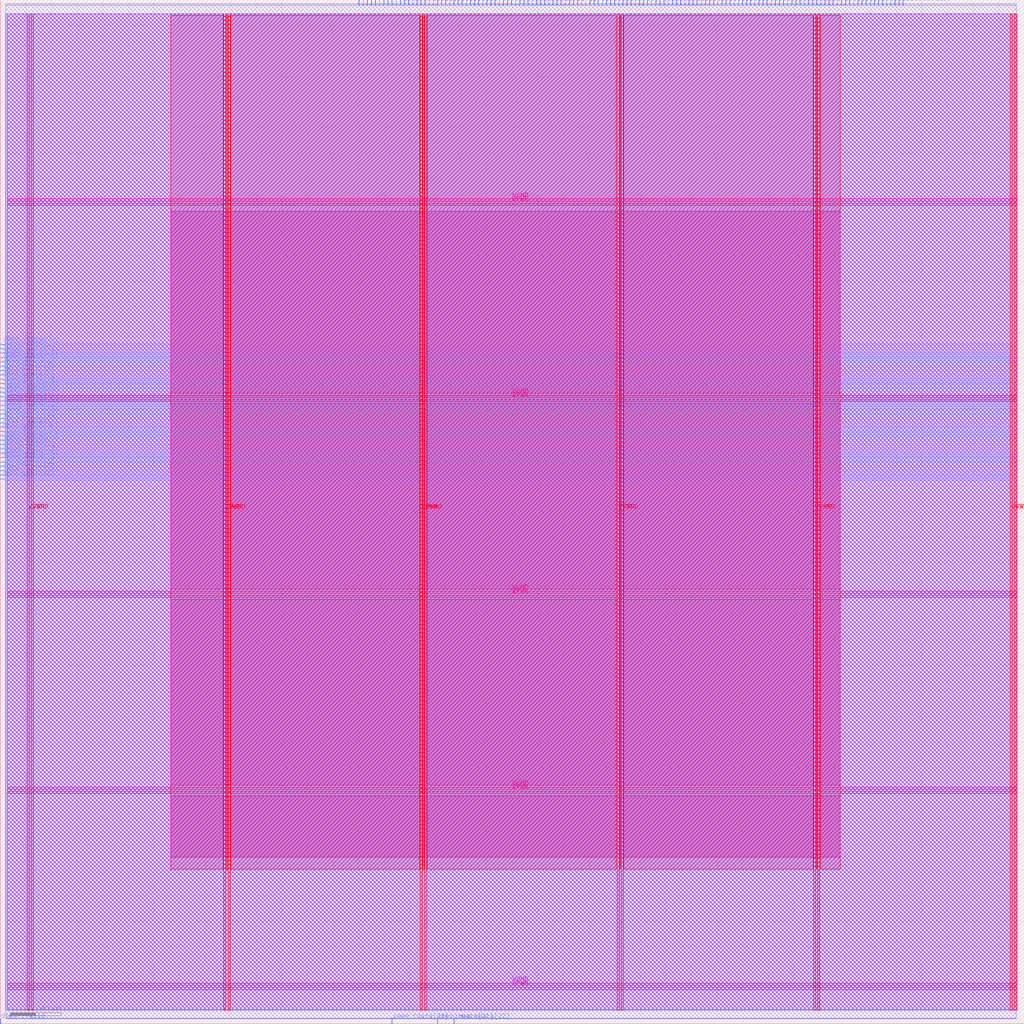
<source format=lef>
VERSION 5.7 ;
  NOWIREEXTENSIONATPIN ON ;
  DIVIDERCHAR "/" ;
  BUSBITCHARS "[]" ;
MACRO rv32_core
  CLASS BLOCK ;
  FOREIGN rv32_core ;
  ORIGIN 0.000 0.000 ;
  SIZE 800.000 BY 800.000 ;
  PIN VGND
    DIRECTION INOUT ;
    USE GROUND ;
    PORT
      LAYER met4 ;
        RECT 24.340 10.640 25.940 789.040 ;
    END
    PORT
      LAYER met4 ;
        RECT 177.940 10.640 179.540 789.040 ;
    END
    PORT
      LAYER met4 ;
        RECT 331.540 10.640 333.140 789.040 ;
    END
    PORT
      LAYER met4 ;
        RECT 485.140 10.640 486.740 789.040 ;
    END
    PORT
      LAYER met4 ;
        RECT 638.740 10.640 640.340 789.040 ;
    END
    PORT
      LAYER met4 ;
        RECT 792.340 10.640 793.940 789.040 ;
    END
    PORT
      LAYER met5 ;
        RECT 5.280 30.030 794.660 31.630 ;
    END
    PORT
      LAYER met5 ;
        RECT 5.280 183.210 794.660 184.810 ;
    END
    PORT
      LAYER met5 ;
        RECT 5.280 336.390 794.660 337.990 ;
    END
    PORT
      LAYER met5 ;
        RECT 5.280 489.570 794.660 491.170 ;
    END
    PORT
      LAYER met5 ;
        RECT 5.280 642.750 794.660 644.350 ;
    END
  END VGND
  PIN VPWR
    DIRECTION INOUT ;
    USE POWER ;
    PORT
      LAYER met4 ;
        RECT 21.040 10.640 22.640 789.040 ;
    END
    PORT
      LAYER met4 ;
        RECT 174.640 10.640 176.240 789.040 ;
    END
    PORT
      LAYER met4 ;
        RECT 328.240 10.640 329.840 789.040 ;
    END
    PORT
      LAYER met4 ;
        RECT 481.840 10.640 483.440 789.040 ;
    END
    PORT
      LAYER met4 ;
        RECT 635.440 10.640 637.040 789.040 ;
    END
    PORT
      LAYER met4 ;
        RECT 789.040 10.640 790.640 789.040 ;
    END
    PORT
      LAYER met5 ;
        RECT 5.280 26.730 794.660 28.330 ;
    END
    PORT
      LAYER met5 ;
        RECT 5.280 179.910 794.660 181.510 ;
    END
    PORT
      LAYER met5 ;
        RECT 5.280 333.090 794.660 334.690 ;
    END
    PORT
      LAYER met5 ;
        RECT 5.280 486.270 794.660 487.870 ;
    END
    PORT
      LAYER met5 ;
        RECT 5.280 639.450 794.660 641.050 ;
    END
  END VPWR
  PIN clk
    DIRECTION INPUT ;
    USE SIGNAL ;
    ANTENNAGATEAREA 0.852000 ;
    PORT
      LAYER met2 ;
        RECT 280.230 796.000 280.510 800.000 ;
    END
  END clk
  PIN dmem_addr[0]
    DIRECTION OUTPUT ;
    USE SIGNAL ;
    ANTENNADIFFAREA 0.795200 ;
    PORT
      LAYER met2 ;
        RECT 705.270 796.000 705.550 800.000 ;
    END
  END dmem_addr[0]
  PIN dmem_addr[10]
    DIRECTION OUTPUT ;
    USE SIGNAL ;
    ANTENNADIFFAREA 0.795200 ;
    PORT
      LAYER met2 ;
        RECT 698.830 796.000 699.110 800.000 ;
    END
  END dmem_addr[10]
  PIN dmem_addr[11]
    DIRECTION OUTPUT ;
    USE SIGNAL ;
    ANTENNADIFFAREA 0.795200 ;
    PORT
      LAYER met2 ;
        RECT 682.730 796.000 683.010 800.000 ;
    END
  END dmem_addr[11]
  PIN dmem_addr[12]
    DIRECTION OUTPUT ;
    USE SIGNAL ;
    ANTENNADIFFAREA 0.795200 ;
    PORT
      LAYER met2 ;
        RECT 679.510 796.000 679.790 800.000 ;
    END
  END dmem_addr[12]
  PIN dmem_addr[13]
    DIRECTION OUTPUT ;
    USE SIGNAL ;
    ANTENNADIFFAREA 0.795200 ;
    PORT
      LAYER met2 ;
        RECT 673.070 796.000 673.350 800.000 ;
    END
  END dmem_addr[13]
  PIN dmem_addr[14]
    DIRECTION OUTPUT ;
    USE SIGNAL ;
    ANTENNADIFFAREA 0.795200 ;
    PORT
      LAYER met2 ;
        RECT 524.950 796.000 525.230 800.000 ;
    END
  END dmem_addr[14]
  PIN dmem_addr[15]
    DIRECTION OUTPUT ;
    USE SIGNAL ;
    ANTENNADIFFAREA 0.795200 ;
    PORT
      LAYER met2 ;
        RECT 534.610 796.000 534.890 800.000 ;
    END
  END dmem_addr[15]
  PIN dmem_addr[16]
    DIRECTION OUTPUT ;
    USE SIGNAL ;
    ANTENNADIFFAREA 0.795200 ;
    PORT
      LAYER met2 ;
        RECT 650.530 796.000 650.810 800.000 ;
    END
  END dmem_addr[16]
  PIN dmem_addr[17]
    DIRECTION OUTPUT ;
    USE SIGNAL ;
    ANTENNADIFFAREA 0.795200 ;
    PORT
      LAYER met2 ;
        RECT 631.210 796.000 631.490 800.000 ;
    END
  END dmem_addr[17]
  PIN dmem_addr[18]
    DIRECTION OUTPUT ;
    USE SIGNAL ;
    ANTENNADIFFAREA 0.795200 ;
    PORT
      LAYER met2 ;
        RECT 528.170 796.000 528.450 800.000 ;
    END
  END dmem_addr[18]
  PIN dmem_addr[19]
    DIRECTION OUTPUT ;
    USE SIGNAL ;
    ANTENNADIFFAREA 0.795200 ;
    PORT
      LAYER met2 ;
        RECT 676.290 796.000 676.570 800.000 ;
    END
  END dmem_addr[19]
  PIN dmem_addr[1]
    DIRECTION OUTPUT ;
    USE SIGNAL ;
    ANTENNADIFFAREA 0.795200 ;
    PORT
      LAYER met2 ;
        RECT 653.750 796.000 654.030 800.000 ;
    END
  END dmem_addr[1]
  PIN dmem_addr[20]
    DIRECTION OUTPUT ;
    USE SIGNAL ;
    ANTENNADIFFAREA 0.795200 ;
    PORT
      LAYER met2 ;
        RECT 695.610 796.000 695.890 800.000 ;
    END
  END dmem_addr[20]
  PIN dmem_addr[21]
    DIRECTION OUTPUT ;
    USE SIGNAL ;
    ANTENNADIFFAREA 0.795200 ;
    PORT
      LAYER met2 ;
        RECT 286.670 796.000 286.950 800.000 ;
    END
  END dmem_addr[21]
  PIN dmem_addr[22]
    DIRECTION OUTPUT ;
    USE SIGNAL ;
    ANTENNADIFFAREA 0.795200 ;
    PORT
      LAYER met2 ;
        RECT 289.890 796.000 290.170 800.000 ;
    END
  END dmem_addr[22]
  PIN dmem_addr[23]
    DIRECTION OUTPUT ;
    USE SIGNAL ;
    ANTENNADIFFAREA 0.795200 ;
    PORT
      LAYER met2 ;
        RECT 312.430 796.000 312.710 800.000 ;
    END
  END dmem_addr[23]
  PIN dmem_addr[24]
    DIRECTION OUTPUT ;
    USE SIGNAL ;
    ANTENNADIFFAREA 0.795200 ;
    PORT
      LAYER met2 ;
        RECT 293.110 796.000 293.390 800.000 ;
    END
  END dmem_addr[24]
  PIN dmem_addr[25]
    DIRECTION OUTPUT ;
    USE SIGNAL ;
    ANTENNADIFFAREA 0.795200 ;
    PORT
      LAYER met2 ;
        RECT 489.530 796.000 489.810 800.000 ;
    END
  END dmem_addr[25]
  PIN dmem_addr[26]
    DIRECTION OUTPUT ;
    USE SIGNAL ;
    ANTENNADIFFAREA 0.795200 ;
    PORT
      LAYER met2 ;
        RECT 309.210 796.000 309.490 800.000 ;
    END
  END dmem_addr[26]
  PIN dmem_addr[27]
    DIRECTION OUTPUT ;
    USE SIGNAL ;
    ANTENNADIFFAREA 0.795200 ;
    PORT
      LAYER met2 ;
        RECT 322.090 796.000 322.370 800.000 ;
    END
  END dmem_addr[27]
  PIN dmem_addr[28]
    DIRECTION OUTPUT ;
    USE SIGNAL ;
    ANTENNADIFFAREA 0.795200 ;
    PORT
      LAYER met2 ;
        RECT 479.870 796.000 480.150 800.000 ;
    END
  END dmem_addr[28]
  PIN dmem_addr[29]
    DIRECTION OUTPUT ;
    USE SIGNAL ;
    ANTENNADIFFAREA 0.795200 ;
    PORT
      LAYER met2 ;
        RECT 457.330 796.000 457.610 800.000 ;
    END
  END dmem_addr[29]
  PIN dmem_addr[2]
    DIRECTION OUTPUT ;
    USE SIGNAL ;
    ANTENNADIFFAREA 0.795200 ;
    PORT
      LAYER met2 ;
        RECT 495.970 796.000 496.250 800.000 ;
    END
  END dmem_addr[2]
  PIN dmem_addr[30]
    DIRECTION OUTPUT ;
    USE SIGNAL ;
    ANTENNADIFFAREA 0.795200 ;
    PORT
      LAYER met2 ;
        RECT 399.370 796.000 399.650 800.000 ;
    END
  END dmem_addr[30]
  PIN dmem_addr[31]
    DIRECTION OUTPUT ;
    USE SIGNAL ;
    ANTENNADIFFAREA 0.795200 ;
    PORT
      LAYER met2 ;
        RECT 466.990 796.000 467.270 800.000 ;
    END
  END dmem_addr[31]
  PIN dmem_addr[3]
    DIRECTION OUTPUT ;
    USE SIGNAL ;
    ANTENNADIFFAREA 0.795200 ;
    PORT
      LAYER met2 ;
        RECT 521.730 796.000 522.010 800.000 ;
    END
  END dmem_addr[3]
  PIN dmem_addr[4]
    DIRECTION OUTPUT ;
    USE SIGNAL ;
    ANTENNADIFFAREA 0.795200 ;
    PORT
      LAYER met2 ;
        RECT 473.430 796.000 473.710 800.000 ;
    END
  END dmem_addr[4]
  PIN dmem_addr[5]
    DIRECTION OUTPUT ;
    USE SIGNAL ;
    ANTENNADIFFAREA 0.795200 ;
    PORT
      LAYER met2 ;
        RECT 505.630 796.000 505.910 800.000 ;
    END
  END dmem_addr[5]
  PIN dmem_addr[6]
    DIRECTION OUTPUT ;
    USE SIGNAL ;
    ANTENNADIFFAREA 0.795200 ;
    PORT
      LAYER met2 ;
        RECT 689.170 796.000 689.450 800.000 ;
    END
  END dmem_addr[6]
  PIN dmem_addr[7]
    DIRECTION OUTPUT ;
    USE SIGNAL ;
    ANTENNADIFFAREA 0.795200 ;
    PORT
      LAYER met2 ;
        RECT 499.190 796.000 499.470 800.000 ;
    END
  END dmem_addr[7]
  PIN dmem_addr[8]
    DIRECTION OUTPUT ;
    USE SIGNAL ;
    ANTENNADIFFAREA 0.795200 ;
    PORT
      LAYER met2 ;
        RECT 702.050 796.000 702.330 800.000 ;
    END
  END dmem_addr[8]
  PIN dmem_addr[9]
    DIRECTION OUTPUT ;
    USE SIGNAL ;
    ANTENNADIFFAREA 0.795200 ;
    PORT
      LAYER met2 ;
        RECT 685.950 796.000 686.230 800.000 ;
    END
  END dmem_addr[9]
  PIN dmem_rdata[0]
    DIRECTION INPUT ;
    USE SIGNAL ;
    ANTENNAGATEAREA 0.213000 ;
    PORT
      LAYER met2 ;
        RECT 537.830 796.000 538.110 800.000 ;
    END
  END dmem_rdata[0]
  PIN dmem_rdata[10]
    DIRECTION INPUT ;
    USE SIGNAL ;
    ANTENNAGATEAREA 0.213000 ;
    PORT
      LAYER met2 ;
        RECT 647.310 796.000 647.590 800.000 ;
    END
  END dmem_rdata[10]
  PIN dmem_rdata[11]
    DIRECTION INPUT ;
    USE SIGNAL ;
    ANTENNAGATEAREA 0.159000 ;
    PORT
      LAYER met2 ;
        RECT 599.010 796.000 599.290 800.000 ;
    END
  END dmem_rdata[11]
  PIN dmem_rdata[12]
    DIRECTION INPUT ;
    USE SIGNAL ;
    ANTENNAGATEAREA 0.159000 ;
    PORT
      LAYER met2 ;
        RECT 579.690 796.000 579.970 800.000 ;
    END
  END dmem_rdata[12]
  PIN dmem_rdata[13]
    DIRECTION INPUT ;
    USE SIGNAL ;
    ANTENNAGATEAREA 0.159000 ;
    PORT
      LAYER met2 ;
        RECT 550.710 796.000 550.990 800.000 ;
    END
  END dmem_rdata[13]
  PIN dmem_rdata[14]
    DIRECTION INPUT ;
    USE SIGNAL ;
    ANTENNAGATEAREA 0.159000 ;
    PORT
      LAYER met2 ;
        RECT 634.430 796.000 634.710 800.000 ;
    END
  END dmem_rdata[14]
  PIN dmem_rdata[15]
    DIRECTION INPUT ;
    USE SIGNAL ;
    ANTENNAGATEAREA 0.213000 ;
    PORT
      LAYER met2 ;
        RECT 656.970 796.000 657.250 800.000 ;
    END
  END dmem_rdata[15]
  PIN dmem_rdata[16]
    DIRECTION INPUT ;
    USE SIGNAL ;
    ANTENNAGATEAREA 0.159000 ;
    PORT
      LAYER met2 ;
        RECT 615.110 796.000 615.390 800.000 ;
    END
  END dmem_rdata[16]
  PIN dmem_rdata[17]
    DIRECTION INPUT ;
    USE SIGNAL ;
    ANTENNAGATEAREA 0.213000 ;
    PORT
      LAYER met2 ;
        RECT 544.270 796.000 544.550 800.000 ;
    END
  END dmem_rdata[17]
  PIN dmem_rdata[18]
    DIRECTION INPUT ;
    USE SIGNAL ;
    ANTENNAGATEAREA 0.159000 ;
    PORT
      LAYER met2 ;
        RECT 618.330 796.000 618.610 800.000 ;
    END
  END dmem_rdata[18]
  PIN dmem_rdata[19]
    DIRECTION INPUT ;
    USE SIGNAL ;
    ANTENNAGATEAREA 0.213000 ;
    PORT
      LAYER met2 ;
        RECT 573.250 796.000 573.530 800.000 ;
    END
  END dmem_rdata[19]
  PIN dmem_rdata[1]
    DIRECTION INPUT ;
    USE SIGNAL ;
    ANTENNAGATEAREA 0.159000 ;
    PORT
      LAYER met2 ;
        RECT 640.870 796.000 641.150 800.000 ;
    END
  END dmem_rdata[1]
  PIN dmem_rdata[20]
    DIRECTION INPUT ;
    USE SIGNAL ;
    ANTENNAGATEAREA 0.159000 ;
    PORT
      LAYER met2 ;
        RECT 576.470 796.000 576.750 800.000 ;
    END
  END dmem_rdata[20]
  PIN dmem_rdata[21]
    DIRECTION INPUT ;
    USE SIGNAL ;
    ANTENNAGATEAREA 0.159000 ;
    PORT
      LAYER met2 ;
        RECT 586.130 796.000 586.410 800.000 ;
    END
  END dmem_rdata[21]
  PIN dmem_rdata[22]
    DIRECTION INPUT ;
    USE SIGNAL ;
    ANTENNAGATEAREA 0.159000 ;
    PORT
      LAYER met2 ;
        RECT 602.230 796.000 602.510 800.000 ;
    END
  END dmem_rdata[22]
  PIN dmem_rdata[23]
    DIRECTION INPUT ;
    USE SIGNAL ;
    ANTENNAGATEAREA 0.213000 ;
    PORT
      LAYER met2 ;
        RECT 663.410 796.000 663.690 800.000 ;
    END
  END dmem_rdata[23]
  PIN dmem_rdata[24]
    DIRECTION INPUT ;
    USE SIGNAL ;
    ANTENNAGATEAREA 0.213000 ;
    PORT
      LAYER met2 ;
        RECT 621.550 796.000 621.830 800.000 ;
    END
  END dmem_rdata[24]
  PIN dmem_rdata[25]
    DIRECTION INPUT ;
    USE SIGNAL ;
    ANTENNAGATEAREA 0.159000 ;
    PORT
      LAYER met2 ;
        RECT 611.890 796.000 612.170 800.000 ;
    END
  END dmem_rdata[25]
  PIN dmem_rdata[26]
    DIRECTION INPUT ;
    USE SIGNAL ;
    ANTENNAGATEAREA 0.159000 ;
    PORT
      LAYER met2 ;
        RECT 608.670 796.000 608.950 800.000 ;
    END
  END dmem_rdata[26]
  PIN dmem_rdata[27]
    DIRECTION INPUT ;
    USE SIGNAL ;
    ANTENNAGATEAREA 0.159000 ;
    PORT
      LAYER met2 ;
        RECT 560.370 796.000 560.650 800.000 ;
    END
  END dmem_rdata[27]
  PIN dmem_rdata[28]
    DIRECTION INPUT ;
    USE SIGNAL ;
    ANTENNAGATEAREA 0.159000 ;
    PORT
      LAYER met2 ;
        RECT 553.930 796.000 554.210 800.000 ;
    END
  END dmem_rdata[28]
  PIN dmem_rdata[29]
    DIRECTION INPUT ;
    USE SIGNAL ;
    ANTENNAGATEAREA 0.159000 ;
    PORT
      LAYER met2 ;
        RECT 570.030 796.000 570.310 800.000 ;
    END
  END dmem_rdata[29]
  PIN dmem_rdata[2]
    DIRECTION INPUT ;
    USE SIGNAL ;
    ANTENNAGATEAREA 0.159000 ;
    PORT
      LAYER met2 ;
        RECT 637.650 796.000 637.930 800.000 ;
    END
  END dmem_rdata[2]
  PIN dmem_rdata[30]
    DIRECTION INPUT ;
    USE SIGNAL ;
    ANTENNAGATEAREA 0.159000 ;
    PORT
      LAYER met2 ;
        RECT 605.450 796.000 605.730 800.000 ;
    END
  END dmem_rdata[30]
  PIN dmem_rdata[31]
    DIRECTION INPUT ;
    USE SIGNAL ;
    ANTENNAGATEAREA 0.213000 ;
    PORT
      LAYER met2 ;
        RECT 666.630 796.000 666.910 800.000 ;
    END
  END dmem_rdata[31]
  PIN dmem_rdata[3]
    DIRECTION INPUT ;
    USE SIGNAL ;
    ANTENNAGATEAREA 0.159000 ;
    PORT
      LAYER met2 ;
        RECT 592.570 796.000 592.850 800.000 ;
    END
  END dmem_rdata[3]
  PIN dmem_rdata[4]
    DIRECTION INPUT ;
    USE SIGNAL ;
    ANTENNAGATEAREA 0.159000 ;
    PORT
      LAYER met2 ;
        RECT 582.910 796.000 583.190 800.000 ;
    END
  END dmem_rdata[4]
  PIN dmem_rdata[5]
    DIRECTION INPUT ;
    USE SIGNAL ;
    ANTENNAGATEAREA 0.159000 ;
    PORT
      LAYER met2 ;
        RECT 595.790 796.000 596.070 800.000 ;
    END
  END dmem_rdata[5]
  PIN dmem_rdata[6]
    DIRECTION INPUT ;
    USE SIGNAL ;
    ANTENNAGATEAREA 0.159000 ;
    PORT
      LAYER met2 ;
        RECT 627.990 796.000 628.270 800.000 ;
    END
  END dmem_rdata[6]
  PIN dmem_rdata[7]
    DIRECTION INPUT ;
    USE SIGNAL ;
    ANTENNAGATEAREA 0.213000 ;
    PORT
      LAYER met2 ;
        RECT 669.850 796.000 670.130 800.000 ;
    END
  END dmem_rdata[7]
  PIN dmem_rdata[8]
    DIRECTION INPUT ;
    USE SIGNAL ;
    ANTENNAGATEAREA 0.213000 ;
    PORT
      LAYER met2 ;
        RECT 644.090 796.000 644.370 800.000 ;
    END
  END dmem_rdata[8]
  PIN dmem_rdata[9]
    DIRECTION INPUT ;
    USE SIGNAL ;
    ANTENNAGATEAREA 0.159000 ;
    PORT
      LAYER met2 ;
        RECT 541.050 796.000 541.330 800.000 ;
    END
  END dmem_rdata[9]
  PIN dmem_ren
    DIRECTION OUTPUT ;
    USE SIGNAL ;
    ANTENNADIFFAREA 0.795200 ;
    PORT
      LAYER met2 ;
        RECT 624.770 796.000 625.050 800.000 ;
    END
  END dmem_ren
  PIN dmem_rvalid
    DIRECTION INPUT ;
    USE SIGNAL ;
    PORT
      LAYER met2 ;
        RECT 0.090 0.000 0.370 4.000 ;
    END
  END dmem_rvalid
  PIN dmem_wdata[0]
    DIRECTION OUTPUT ;
    USE SIGNAL ;
    ANTENNADIFFAREA 0.445500 ;
    PORT
      LAYER met3 ;
        RECT 0.000 425.040 4.000 425.640 ;
    END
  END dmem_wdata[0]
  PIN dmem_wdata[10]
    DIRECTION OUTPUT ;
    USE SIGNAL ;
    ANTENNADIFFAREA 0.795200 ;
    PORT
      LAYER met2 ;
        RECT 328.530 796.000 328.810 800.000 ;
    END
  END dmem_wdata[10]
  PIN dmem_wdata[11]
    DIRECTION OUTPUT ;
    USE SIGNAL ;
    ANTENNADIFFAREA 0.795200 ;
    PORT
      LAYER met2 ;
        RECT 360.730 796.000 361.010 800.000 ;
    END
  END dmem_wdata[11]
  PIN dmem_wdata[12]
    DIRECTION OUTPUT ;
    USE SIGNAL ;
    ANTENNADIFFAREA 0.795200 ;
    PORT
      LAYER met2 ;
        RECT 338.190 796.000 338.470 800.000 ;
    END
  END dmem_wdata[12]
  PIN dmem_wdata[13]
    DIRECTION OUTPUT ;
    USE SIGNAL ;
    ANTENNADIFFAREA 0.795200 ;
    PORT
      LAYER met2 ;
        RECT 405.810 796.000 406.090 800.000 ;
    END
  END dmem_wdata[13]
  PIN dmem_wdata[14]
    DIRECTION OUTPUT ;
    USE SIGNAL ;
    ANTENNADIFFAREA 0.795200 ;
    PORT
      LAYER met2 ;
        RECT 347.850 796.000 348.130 800.000 ;
    END
  END dmem_wdata[14]
  PIN dmem_wdata[15]
    DIRECTION OUTPUT ;
    USE SIGNAL ;
    ANTENNADIFFAREA 0.795200 ;
    PORT
      LAYER met2 ;
        RECT 438.010 796.000 438.290 800.000 ;
    END
  END dmem_wdata[15]
  PIN dmem_wdata[16]
    DIRECTION OUTPUT ;
    USE SIGNAL ;
    ANTENNADIFFAREA 0.795200 ;
    PORT
      LAYER met2 ;
        RECT 354.290 796.000 354.570 800.000 ;
    END
  END dmem_wdata[16]
  PIN dmem_wdata[17]
    DIRECTION OUTPUT ;
    USE SIGNAL ;
    ANTENNADIFFAREA 0.795200 ;
    PORT
      LAYER met2 ;
        RECT 380.050 796.000 380.330 800.000 ;
    END
  END dmem_wdata[17]
  PIN dmem_wdata[18]
    DIRECTION OUTPUT ;
    USE SIGNAL ;
    ANTENNADIFFAREA 0.795200 ;
    PORT
      LAYER met2 ;
        RECT 486.310 796.000 486.590 800.000 ;
    END
  END dmem_wdata[18]
  PIN dmem_wdata[19]
    DIRECTION OUTPUT ;
    USE SIGNAL ;
    ANTENNADIFFAREA 0.445500 ;
    PORT
      LAYER met3 ;
        RECT 0.000 442.040 4.000 442.640 ;
    END
  END dmem_wdata[19]
  PIN dmem_wdata[1]
    DIRECTION OUTPUT ;
    USE SIGNAL ;
    ANTENNADIFFAREA 0.445500 ;
    PORT
      LAYER met3 ;
        RECT 0.000 448.840 4.000 449.440 ;
    END
  END dmem_wdata[1]
  PIN dmem_wdata[20]
    DIRECTION OUTPUT ;
    USE SIGNAL ;
    ANTENNADIFFAREA 0.445500 ;
    PORT
      LAYER met3 ;
        RECT 0.000 530.440 4.000 531.040 ;
    END
  END dmem_wdata[20]
  PIN dmem_wdata[21]
    DIRECTION OUTPUT ;
    USE SIGNAL ;
    ANTENNADIFFAREA 0.445500 ;
    PORT
      LAYER met3 ;
        RECT 0.000 520.240 4.000 520.840 ;
    END
  END dmem_wdata[21]
  PIN dmem_wdata[22]
    DIRECTION OUTPUT ;
    USE SIGNAL ;
    ANTENNADIFFAREA 0.445500 ;
    PORT
      LAYER met3 ;
        RECT 0.000 431.840 4.000 432.440 ;
    END
  END dmem_wdata[22]
  PIN dmem_wdata[23]
    DIRECTION OUTPUT ;
    USE SIGNAL ;
    ANTENNADIFFAREA 0.445500 ;
    PORT
      LAYER met3 ;
        RECT 0.000 469.240 4.000 469.840 ;
    END
  END dmem_wdata[23]
  PIN dmem_wdata[24]
    DIRECTION OUTPUT ;
    USE SIGNAL ;
    ANTENNADIFFAREA 0.445500 ;
    PORT
      LAYER met3 ;
        RECT 0.000 438.640 4.000 439.240 ;
    END
  END dmem_wdata[24]
  PIN dmem_wdata[25]
    DIRECTION OUTPUT ;
    USE SIGNAL ;
    ANTENNADIFFAREA 0.445500 ;
    PORT
      LAYER met3 ;
        RECT 0.000 462.440 4.000 463.040 ;
    END
  END dmem_wdata[25]
  PIN dmem_wdata[26]
    DIRECTION OUTPUT ;
    USE SIGNAL ;
    ANTENNADIFFAREA 0.795200 ;
    PORT
      LAYER met2 ;
        RECT 383.270 796.000 383.550 800.000 ;
    END
  END dmem_wdata[26]
  PIN dmem_wdata[27]
    DIRECTION OUTPUT ;
    USE SIGNAL ;
    ANTENNADIFFAREA 0.445500 ;
    PORT
      LAYER met3 ;
        RECT 0.000 445.440 4.000 446.040 ;
    END
  END dmem_wdata[27]
  PIN dmem_wdata[28]
    DIRECTION OUTPUT ;
    USE SIGNAL ;
    ANTENNADIFFAREA 0.445500 ;
    PORT
      LAYER met3 ;
        RECT 0.000 516.840 4.000 517.440 ;
    END
  END dmem_wdata[28]
  PIN dmem_wdata[29]
    DIRECTION OUTPUT ;
    USE SIGNAL ;
    ANTENNADIFFAREA 0.445500 ;
    PORT
      LAYER met3 ;
        RECT 0.000 472.640 4.000 473.240 ;
    END
  END dmem_wdata[29]
  PIN dmem_wdata[2]
    DIRECTION OUTPUT ;
    USE SIGNAL ;
    ANTENNADIFFAREA 0.445500 ;
    PORT
      LAYER met3 ;
        RECT 0.000 452.240 4.000 452.840 ;
    END
  END dmem_wdata[2]
  PIN dmem_wdata[30]
    DIRECTION OUTPUT ;
    USE SIGNAL ;
    ANTENNADIFFAREA 0.445500 ;
    PORT
      LAYER met3 ;
        RECT 0.000 482.840 4.000 483.440 ;
    END
  END dmem_wdata[30]
  PIN dmem_wdata[31]
    DIRECTION OUTPUT ;
    USE SIGNAL ;
    ANTENNADIFFAREA 0.795200 ;
    PORT
      LAYER met2 ;
        RECT 389.710 796.000 389.990 800.000 ;
    END
  END dmem_wdata[31]
  PIN dmem_wdata[3]
    DIRECTION OUTPUT ;
    USE SIGNAL ;
    ANTENNADIFFAREA 0.795200 ;
    PORT
      LAYER met2 ;
        RECT 299.550 796.000 299.830 800.000 ;
    END
  END dmem_wdata[3]
  PIN dmem_wdata[4]
    DIRECTION OUTPUT ;
    USE SIGNAL ;
    ANTENNADIFFAREA 0.445500 ;
    PORT
      LAYER met3 ;
        RECT 0.000 513.440 4.000 514.040 ;
    END
  END dmem_wdata[4]
  PIN dmem_wdata[5]
    DIRECTION OUTPUT ;
    USE SIGNAL ;
    ANTENNADIFFAREA 0.445500 ;
    PORT
      LAYER met3 ;
        RECT 0.000 506.640 4.000 507.240 ;
    END
  END dmem_wdata[5]
  PIN dmem_wdata[6]
    DIRECTION OUTPUT ;
    USE SIGNAL ;
    ANTENNADIFFAREA 0.445500 ;
    PORT
      LAYER met3 ;
        RECT 0.000 503.240 4.000 503.840 ;
    END
  END dmem_wdata[6]
  PIN dmem_wdata[7]
    DIRECTION OUTPUT ;
    USE SIGNAL ;
    ANTENNADIFFAREA 0.445500 ;
    PORT
      LAYER met3 ;
        RECT 0.000 510.040 4.000 510.640 ;
    END
  END dmem_wdata[7]
  PIN dmem_wdata[8]
    DIRECTION OUTPUT ;
    USE SIGNAL ;
    ANTENNADIFFAREA 0.795200 ;
    PORT
      LAYER met2 ;
        RECT 351.070 796.000 351.350 800.000 ;
    END
  END dmem_wdata[8]
  PIN dmem_wdata[9]
    DIRECTION OUTPUT ;
    USE SIGNAL ;
    ANTENNADIFFAREA 0.795200 ;
    PORT
      LAYER met2 ;
        RECT 367.170 796.000 367.450 800.000 ;
    END
  END dmem_wdata[9]
  PIN dmem_wen
    DIRECTION OUTPUT ;
    USE SIGNAL ;
    ANTENNADIFFAREA 0.795200 ;
    PORT
      LAYER met2 ;
        RECT 589.350 796.000 589.630 800.000 ;
    END
  END dmem_wen
  PIN dmem_wmask[0]
    DIRECTION OUTPUT ;
    USE SIGNAL ;
    ANTENNADIFFAREA 0.795200 ;
    PORT
      LAYER met2 ;
        RECT 563.590 796.000 563.870 800.000 ;
    END
  END dmem_wmask[0]
  PIN dmem_wmask[1]
    DIRECTION OUTPUT ;
    USE SIGNAL ;
    ANTENNADIFFAREA 0.795200 ;
    PORT
      LAYER met2 ;
        RECT 566.810 796.000 567.090 800.000 ;
    END
  END dmem_wmask[1]
  PIN dmem_wmask[2]
    DIRECTION OUTPUT ;
    USE SIGNAL ;
    ANTENNADIFFAREA 0.795200 ;
    PORT
      LAYER met2 ;
        RECT 557.150 796.000 557.430 800.000 ;
    END
  END dmem_wmask[2]
  PIN dmem_wmask[3]
    DIRECTION OUTPUT ;
    USE SIGNAL ;
    ANTENNADIFFAREA 0.795200 ;
    PORT
      LAYER met2 ;
        RECT 547.490 796.000 547.770 800.000 ;
    END
  END dmem_wmask[3]
  PIN imem_addr[0]
    DIRECTION OUTPUT ;
    USE SIGNAL ;
    ANTENNADIFFAREA 0.795200 ;
    PORT
      LAYER met2 ;
        RECT 341.410 796.000 341.690 800.000 ;
    END
  END imem_addr[0]
  PIN imem_addr[10]
    DIRECTION OUTPUT ;
    USE SIGNAL ;
    ANTENNADIFFAREA 0.795200 ;
    PORT
      LAYER met2 ;
        RECT 460.550 796.000 460.830 800.000 ;
    END
  END imem_addr[10]
  PIN imem_addr[11]
    DIRECTION OUTPUT ;
    USE SIGNAL ;
    ANTENNADIFFAREA 0.795200 ;
    PORT
      LAYER met2 ;
        RECT 357.510 796.000 357.790 800.000 ;
    END
  END imem_addr[11]
  PIN imem_addr[12]
    DIRECTION OUTPUT ;
    USE SIGNAL ;
    ANTENNADIFFAREA 0.795200 ;
    PORT
      LAYER met2 ;
        RECT 531.390 796.000 531.670 800.000 ;
    END
  END imem_addr[12]
  PIN imem_addr[13]
    DIRECTION OUTPUT ;
    USE SIGNAL ;
    ANTENNADIFFAREA 0.795200 ;
    PORT
      LAYER met2 ;
        RECT 660.190 796.000 660.470 800.000 ;
    END
  END imem_addr[13]
  PIN imem_addr[14]
    DIRECTION OUTPUT ;
    USE SIGNAL ;
    ANTENNADIFFAREA 0.795200 ;
    PORT
      LAYER met2 ;
        RECT 692.390 796.000 692.670 800.000 ;
    END
  END imem_addr[14]
  PIN imem_addr[15]
    DIRECTION OUTPUT ;
    USE SIGNAL ;
    ANTENNADIFFAREA 0.795200 ;
    PORT
      LAYER met2 ;
        RECT 518.510 796.000 518.790 800.000 ;
    END
  END imem_addr[15]
  PIN imem_addr[16]
    DIRECTION OUTPUT ;
    USE SIGNAL ;
    ANTENNADIFFAREA 0.795200 ;
    PORT
      LAYER met2 ;
        RECT 512.070 796.000 512.350 800.000 ;
    END
  END imem_addr[16]
  PIN imem_addr[17]
    DIRECTION OUTPUT ;
    USE SIGNAL ;
    ANTENNADIFFAREA 0.795200 ;
    PORT
      LAYER met2 ;
        RECT 492.750 796.000 493.030 800.000 ;
    END
  END imem_addr[17]
  PIN imem_addr[18]
    DIRECTION OUTPUT ;
    USE SIGNAL ;
    ANTENNADIFFAREA 0.795200 ;
    PORT
      LAYER met2 ;
        RECT 508.850 796.000 509.130 800.000 ;
    END
  END imem_addr[18]
  PIN imem_addr[19]
    DIRECTION OUTPUT ;
    USE SIGNAL ;
    ANTENNADIFFAREA 0.795200 ;
    PORT
      LAYER met2 ;
        RECT 502.410 796.000 502.690 800.000 ;
    END
  END imem_addr[19]
  PIN imem_addr[1]
    DIRECTION OUTPUT ;
    USE SIGNAL ;
    ANTENNADIFFAREA 0.795200 ;
    PORT
      LAYER met2 ;
        RECT 515.290 796.000 515.570 800.000 ;
    END
  END imem_addr[1]
  PIN imem_addr[20]
    DIRECTION OUTPUT ;
    USE SIGNAL ;
    ANTENNADIFFAREA 0.795200 ;
    PORT
      LAYER met2 ;
        RECT 421.910 796.000 422.190 800.000 ;
    END
  END imem_addr[20]
  PIN imem_addr[21]
    DIRECTION OUTPUT ;
    USE SIGNAL ;
    ANTENNADIFFAREA 0.795200 ;
    PORT
      LAYER met2 ;
        RECT 296.330 796.000 296.610 800.000 ;
    END
  END imem_addr[21]
  PIN imem_addr[22]
    DIRECTION OUTPUT ;
    USE SIGNAL ;
    ANTENNADIFFAREA 0.795200 ;
    PORT
      LAYER met2 ;
        RECT 441.230 796.000 441.510 800.000 ;
    END
  END imem_addr[22]
  PIN imem_addr[23]
    DIRECTION OUTPUT ;
    USE SIGNAL ;
    ANTENNADIFFAREA 0.795200 ;
    PORT
      LAYER met2 ;
        RECT 415.470 796.000 415.750 800.000 ;
    END
  END imem_addr[23]
  PIN imem_addr[24]
    DIRECTION OUTPUT ;
    USE SIGNAL ;
    ANTENNADIFFAREA 0.795200 ;
    PORT
      LAYER met2 ;
        RECT 376.830 796.000 377.110 800.000 ;
    END
  END imem_addr[24]
  PIN imem_addr[25]
    DIRECTION OUTPUT ;
    USE SIGNAL ;
    ANTENNADIFFAREA 0.795200 ;
    PORT
      LAYER met2 ;
        RECT 325.310 796.000 325.590 800.000 ;
    END
  END imem_addr[25]
  PIN imem_addr[26]
    DIRECTION OUTPUT ;
    USE SIGNAL ;
    ANTENNADIFFAREA 0.795200 ;
    PORT
      LAYER met2 ;
        RECT 444.450 796.000 444.730 800.000 ;
    END
  END imem_addr[26]
  PIN imem_addr[27]
    DIRECTION OUTPUT ;
    USE SIGNAL ;
    ANTENNADIFFAREA 0.795200 ;
    PORT
      LAYER met2 ;
        RECT 454.110 796.000 454.390 800.000 ;
    END
  END imem_addr[27]
  PIN imem_addr[28]
    DIRECTION OUTPUT ;
    USE SIGNAL ;
    ANTENNADIFFAREA 0.795200 ;
    PORT
      LAYER met2 ;
        RECT 434.790 796.000 435.070 800.000 ;
    END
  END imem_addr[28]
  PIN imem_addr[29]
    DIRECTION OUTPUT ;
    USE SIGNAL ;
    ANTENNADIFFAREA 0.795200 ;
    PORT
      LAYER met2 ;
        RECT 302.770 796.000 303.050 800.000 ;
    END
  END imem_addr[29]
  PIN imem_addr[2]
    DIRECTION OUTPUT ;
    USE SIGNAL ;
    ANTENNADIFFAREA 0.795200 ;
    PORT
      LAYER met2 ;
        RECT 476.650 796.000 476.930 800.000 ;
    END
  END imem_addr[2]
  PIN imem_addr[30]
    DIRECTION OUTPUT ;
    USE SIGNAL ;
    ANTENNADIFFAREA 0.795200 ;
    PORT
      LAYER met2 ;
        RECT 318.870 796.000 319.150 800.000 ;
    END
  END imem_addr[30]
  PIN imem_addr[31]
    DIRECTION OUTPUT ;
    USE SIGNAL ;
    ANTENNADIFFAREA 0.795200 ;
    PORT
      LAYER met2 ;
        RECT 373.610 796.000 373.890 800.000 ;
    END
  END imem_addr[31]
  PIN imem_addr[3]
    DIRECTION OUTPUT ;
    USE SIGNAL ;
    ANTENNADIFFAREA 0.795200 ;
    PORT
      LAYER met2 ;
        RECT 483.090 796.000 483.370 800.000 ;
    END
  END imem_addr[3]
  PIN imem_addr[4]
    DIRECTION OUTPUT ;
    USE SIGNAL ;
    ANTENNADIFFAREA 0.795200 ;
    PORT
      LAYER met2 ;
        RECT 396.150 796.000 396.430 800.000 ;
    END
  END imem_addr[4]
  PIN imem_addr[5]
    DIRECTION OUTPUT ;
    USE SIGNAL ;
    ANTENNADIFFAREA 0.795200 ;
    PORT
      LAYER met2 ;
        RECT 463.770 796.000 464.050 800.000 ;
    END
  END imem_addr[5]
  PIN imem_addr[6]
    DIRECTION OUTPUT ;
    USE SIGNAL ;
    ANTENNADIFFAREA 0.795200 ;
    PORT
      LAYER met2 ;
        RECT 470.210 796.000 470.490 800.000 ;
    END
  END imem_addr[6]
  PIN imem_addr[7]
    DIRECTION OUTPUT ;
    USE SIGNAL ;
    ANTENNADIFFAREA 0.795200 ;
    PORT
      LAYER met2 ;
        RECT 425.130 796.000 425.410 800.000 ;
    END
  END imem_addr[7]
  PIN imem_addr[8]
    DIRECTION OUTPUT ;
    USE SIGNAL ;
    ANTENNADIFFAREA 0.795200 ;
    PORT
      LAYER met2 ;
        RECT 450.890 796.000 451.170 800.000 ;
    END
  END imem_addr[8]
  PIN imem_addr[9]
    DIRECTION OUTPUT ;
    USE SIGNAL ;
    ANTENNADIFFAREA 0.795200 ;
    PORT
      LAYER met2 ;
        RECT 412.250 796.000 412.530 800.000 ;
    END
  END imem_addr[9]
  PIN imem_rdata[0]
    DIRECTION INPUT ;
    USE SIGNAL ;
    ANTENNAGATEAREA 0.213000 ;
    PORT
      LAYER met2 ;
        RECT 331.750 796.000 332.030 800.000 ;
    END
  END imem_rdata[0]
  PIN imem_rdata[10]
    DIRECTION INPUT ;
    USE SIGNAL ;
    ANTENNAGATEAREA 0.213000 ;
    PORT
      LAYER met3 ;
        RECT 0.000 479.440 4.000 480.040 ;
    END
  END imem_rdata[10]
  PIN imem_rdata[11]
    DIRECTION INPUT ;
    USE SIGNAL ;
    ANTENNAGATEAREA 0.213000 ;
    PORT
      LAYER met3 ;
        RECT 0.000 486.240 4.000 486.840 ;
    END
  END imem_rdata[11]
  PIN imem_rdata[12]
    DIRECTION INPUT ;
    USE SIGNAL ;
    ANTENNAGATEAREA 0.159000 ;
    PORT
      LAYER met3 ;
        RECT 0.000 489.640 4.000 490.240 ;
    END
  END imem_rdata[12]
  PIN imem_rdata[13]
    DIRECTION INPUT ;
    USE SIGNAL ;
    ANTENNAGATEAREA 0.159000 ;
    PORT
      LAYER met3 ;
        RECT 0.000 496.440 4.000 497.040 ;
    END
  END imem_rdata[13]
  PIN imem_rdata[14]
    DIRECTION INPUT ;
    USE SIGNAL ;
    ANTENNAGATEAREA 0.159000 ;
    PORT
      LAYER met3 ;
        RECT 0.000 499.840 4.000 500.440 ;
    END
  END imem_rdata[14]
  PIN imem_rdata[15]
    DIRECTION INPUT ;
    USE SIGNAL ;
    ANTENNAGATEAREA 0.159000 ;
    PORT
      LAYER met3 ;
        RECT 0.000 435.240 4.000 435.840 ;
    END
  END imem_rdata[15]
  PIN imem_rdata[16]
    DIRECTION INPUT ;
    USE SIGNAL ;
    ANTENNAGATEAREA 0.159000 ;
    PORT
      LAYER met3 ;
        RECT 0.000 428.440 4.000 429.040 ;
    END
  END imem_rdata[16]
  PIN imem_rdata[17]
    DIRECTION INPUT ;
    USE SIGNAL ;
    ANTENNAGATEAREA 0.213000 ;
    PORT
      LAYER met3 ;
        RECT 0.000 476.040 4.000 476.640 ;
    END
  END imem_rdata[17]
  PIN imem_rdata[18]
    DIRECTION INPUT ;
    USE SIGNAL ;
    ANTENNAGATEAREA 0.213000 ;
    PORT
      LAYER met3 ;
        RECT 0.000 465.840 4.000 466.440 ;
    END
  END imem_rdata[18]
  PIN imem_rdata[19]
    DIRECTION INPUT ;
    USE SIGNAL ;
    ANTENNAGATEAREA 0.213000 ;
    PORT
      LAYER met3 ;
        RECT 0.000 459.040 4.000 459.640 ;
    END
  END imem_rdata[19]
  PIN imem_rdata[1]
    DIRECTION INPUT ;
    USE SIGNAL ;
    ANTENNAGATEAREA 0.159000 ;
    PORT
      LAYER met2 ;
        RECT 344.630 796.000 344.910 800.000 ;
    END
  END imem_rdata[1]
  PIN imem_rdata[20]
    DIRECTION INPUT ;
    USE SIGNAL ;
    ANTENNAGATEAREA 0.159000 ;
    PORT
      LAYER met3 ;
        RECT 0.000 455.640 4.000 456.240 ;
    END
  END imem_rdata[20]
  PIN imem_rdata[21]
    DIRECTION INPUT ;
    USE SIGNAL ;
    ANTENNAGATEAREA 0.213000 ;
    PORT
      LAYER met2 ;
        RECT 341.410 0.000 341.690 4.000 ;
    END
  END imem_rdata[21]
  PIN imem_rdata[22]
    DIRECTION INPUT ;
    USE SIGNAL ;
    ANTENNAGATEAREA 0.213000 ;
    PORT
      LAYER met2 ;
        RECT 354.290 0.000 354.570 4.000 ;
    END
  END imem_rdata[22]
  PIN imem_rdata[23]
    DIRECTION INPUT ;
    USE SIGNAL ;
    ANTENNAGATEAREA 0.213000 ;
    PORT
      LAYER met2 ;
        RECT 305.990 0.000 306.270 4.000 ;
    END
  END imem_rdata[23]
  PIN imem_rdata[24]
    DIRECTION INPUT ;
    USE SIGNAL ;
    ANTENNAGATEAREA 0.159000 ;
    PORT
      LAYER met2 ;
        RECT 447.670 796.000 447.950 800.000 ;
    END
  END imem_rdata[24]
  PIN imem_rdata[25]
    DIRECTION INPUT ;
    USE SIGNAL ;
    ANTENNAGATEAREA 0.159000 ;
    PORT
      LAYER met2 ;
        RECT 428.350 796.000 428.630 800.000 ;
    END
  END imem_rdata[25]
  PIN imem_rdata[26]
    DIRECTION INPUT ;
    USE SIGNAL ;
    ANTENNAGATEAREA 0.213000 ;
    PORT
      LAYER met2 ;
        RECT 402.590 796.000 402.870 800.000 ;
    END
  END imem_rdata[26]
  PIN imem_rdata[27]
    DIRECTION INPUT ;
    USE SIGNAL ;
    ANTENNAGATEAREA 0.213000 ;
    PORT
      LAYER met2 ;
        RECT 431.570 796.000 431.850 800.000 ;
    END
  END imem_rdata[27]
  PIN imem_rdata[28]
    DIRECTION INPUT ;
    USE SIGNAL ;
    ANTENNAGATEAREA 0.213000 ;
    PORT
      LAYER met2 ;
        RECT 409.030 796.000 409.310 800.000 ;
    END
  END imem_rdata[28]
  PIN imem_rdata[29]
    DIRECTION INPUT ;
    USE SIGNAL ;
    ANTENNAGATEAREA 0.159000 ;
    PORT
      LAYER met2 ;
        RECT 315.650 796.000 315.930 800.000 ;
    END
  END imem_rdata[29]
  PIN imem_rdata[2]
    DIRECTION INPUT ;
    USE SIGNAL ;
    ANTENNAGATEAREA 0.159000 ;
    PORT
      LAYER met2 ;
        RECT 363.950 796.000 364.230 800.000 ;
    END
  END imem_rdata[2]
  PIN imem_rdata[30]
    DIRECTION INPUT ;
    USE SIGNAL ;
    ANTENNAGATEAREA 0.213000 ;
    PORT
      LAYER met2 ;
        RECT 386.490 796.000 386.770 800.000 ;
    END
  END imem_rdata[30]
  PIN imem_rdata[31]
    DIRECTION INPUT ;
    USE SIGNAL ;
    ANTENNAGATEAREA 0.213000 ;
    PORT
      LAYER met2 ;
        RECT 418.690 796.000 418.970 800.000 ;
    END
  END imem_rdata[31]
  PIN imem_rdata[3]
    DIRECTION INPUT ;
    USE SIGNAL ;
    ANTENNAGATEAREA 0.159000 ;
    PORT
      LAYER met2 ;
        RECT 370.390 796.000 370.670 800.000 ;
    END
  END imem_rdata[3]
  PIN imem_rdata[4]
    DIRECTION INPUT ;
    USE SIGNAL ;
    ANTENNAGATEAREA 0.213000 ;
    PORT
      LAYER met2 ;
        RECT 392.930 796.000 393.210 800.000 ;
    END
  END imem_rdata[4]
  PIN imem_rdata[5]
    DIRECTION INPUT ;
    USE SIGNAL ;
    ANTENNAGATEAREA 0.159000 ;
    PORT
      LAYER met2 ;
        RECT 334.970 796.000 335.250 800.000 ;
    END
  END imem_rdata[5]
  PIN imem_rdata[6]
    DIRECTION INPUT ;
    USE SIGNAL ;
    ANTENNAGATEAREA 0.213000 ;
    PORT
      LAYER met2 ;
        RECT 305.990 796.000 306.270 800.000 ;
    END
  END imem_rdata[6]
  PIN imem_rdata[7]
    DIRECTION INPUT ;
    USE SIGNAL ;
    ANTENNAGATEAREA 0.213000 ;
    PORT
      LAYER met3 ;
        RECT 0.000 493.040 4.000 493.640 ;
    END
  END imem_rdata[7]
  PIN imem_rdata[8]
    DIRECTION INPUT ;
    USE SIGNAL ;
    ANTENNAGATEAREA 0.159000 ;
    PORT
      LAYER met3 ;
        RECT 0.000 523.640 4.000 524.240 ;
    END
  END imem_rdata[8]
  PIN imem_rdata[9]
    DIRECTION INPUT ;
    USE SIGNAL ;
    ANTENNAGATEAREA 0.159000 ;
    PORT
      LAYER met3 ;
        RECT 0.000 527.040 4.000 527.640 ;
    END
  END imem_rdata[9]
  PIN rstn
    DIRECTION INPUT ;
    USE SIGNAL ;
    ANTENNAGATEAREA 0.213000 ;
    PORT
      LAYER met2 ;
        RECT 283.450 796.000 283.730 800.000 ;
    END
  END rstn
  OBS
      LAYER nwell ;
        RECT 5.330 10.795 794.610 788.885 ;
      LAYER li1 ;
        RECT 5.520 10.795 794.420 788.885 ;
      LAYER met1 ;
        RECT 4.210 10.640 794.420 789.040 ;
      LAYER met2 ;
        RECT 4.230 795.720 279.950 796.690 ;
        RECT 280.790 795.720 283.170 796.690 ;
        RECT 284.010 795.720 286.390 796.690 ;
        RECT 287.230 795.720 289.610 796.690 ;
        RECT 290.450 795.720 292.830 796.690 ;
        RECT 293.670 795.720 296.050 796.690 ;
        RECT 296.890 795.720 299.270 796.690 ;
        RECT 300.110 795.720 302.490 796.690 ;
        RECT 303.330 795.720 305.710 796.690 ;
        RECT 306.550 795.720 308.930 796.690 ;
        RECT 309.770 795.720 312.150 796.690 ;
        RECT 312.990 795.720 315.370 796.690 ;
        RECT 316.210 795.720 318.590 796.690 ;
        RECT 319.430 795.720 321.810 796.690 ;
        RECT 322.650 795.720 325.030 796.690 ;
        RECT 325.870 795.720 328.250 796.690 ;
        RECT 329.090 795.720 331.470 796.690 ;
        RECT 332.310 795.720 334.690 796.690 ;
        RECT 335.530 795.720 337.910 796.690 ;
        RECT 338.750 795.720 341.130 796.690 ;
        RECT 341.970 795.720 344.350 796.690 ;
        RECT 345.190 795.720 347.570 796.690 ;
        RECT 348.410 795.720 350.790 796.690 ;
        RECT 351.630 795.720 354.010 796.690 ;
        RECT 354.850 795.720 357.230 796.690 ;
        RECT 358.070 795.720 360.450 796.690 ;
        RECT 361.290 795.720 363.670 796.690 ;
        RECT 364.510 795.720 366.890 796.690 ;
        RECT 367.730 795.720 370.110 796.690 ;
        RECT 370.950 795.720 373.330 796.690 ;
        RECT 374.170 795.720 376.550 796.690 ;
        RECT 377.390 795.720 379.770 796.690 ;
        RECT 380.610 795.720 382.990 796.690 ;
        RECT 383.830 795.720 386.210 796.690 ;
        RECT 387.050 795.720 389.430 796.690 ;
        RECT 390.270 795.720 392.650 796.690 ;
        RECT 393.490 795.720 395.870 796.690 ;
        RECT 396.710 795.720 399.090 796.690 ;
        RECT 399.930 795.720 402.310 796.690 ;
        RECT 403.150 795.720 405.530 796.690 ;
        RECT 406.370 795.720 408.750 796.690 ;
        RECT 409.590 795.720 411.970 796.690 ;
        RECT 412.810 795.720 415.190 796.690 ;
        RECT 416.030 795.720 418.410 796.690 ;
        RECT 419.250 795.720 421.630 796.690 ;
        RECT 422.470 795.720 424.850 796.690 ;
        RECT 425.690 795.720 428.070 796.690 ;
        RECT 428.910 795.720 431.290 796.690 ;
        RECT 432.130 795.720 434.510 796.690 ;
        RECT 435.350 795.720 437.730 796.690 ;
        RECT 438.570 795.720 440.950 796.690 ;
        RECT 441.790 795.720 444.170 796.690 ;
        RECT 445.010 795.720 447.390 796.690 ;
        RECT 448.230 795.720 450.610 796.690 ;
        RECT 451.450 795.720 453.830 796.690 ;
        RECT 454.670 795.720 457.050 796.690 ;
        RECT 457.890 795.720 460.270 796.690 ;
        RECT 461.110 795.720 463.490 796.690 ;
        RECT 464.330 795.720 466.710 796.690 ;
        RECT 467.550 795.720 469.930 796.690 ;
        RECT 470.770 795.720 473.150 796.690 ;
        RECT 473.990 795.720 476.370 796.690 ;
        RECT 477.210 795.720 479.590 796.690 ;
        RECT 480.430 795.720 482.810 796.690 ;
        RECT 483.650 795.720 486.030 796.690 ;
        RECT 486.870 795.720 489.250 796.690 ;
        RECT 490.090 795.720 492.470 796.690 ;
        RECT 493.310 795.720 495.690 796.690 ;
        RECT 496.530 795.720 498.910 796.690 ;
        RECT 499.750 795.720 502.130 796.690 ;
        RECT 502.970 795.720 505.350 796.690 ;
        RECT 506.190 795.720 508.570 796.690 ;
        RECT 509.410 795.720 511.790 796.690 ;
        RECT 512.630 795.720 515.010 796.690 ;
        RECT 515.850 795.720 518.230 796.690 ;
        RECT 519.070 795.720 521.450 796.690 ;
        RECT 522.290 795.720 524.670 796.690 ;
        RECT 525.510 795.720 527.890 796.690 ;
        RECT 528.730 795.720 531.110 796.690 ;
        RECT 531.950 795.720 534.330 796.690 ;
        RECT 535.170 795.720 537.550 796.690 ;
        RECT 538.390 795.720 540.770 796.690 ;
        RECT 541.610 795.720 543.990 796.690 ;
        RECT 544.830 795.720 547.210 796.690 ;
        RECT 548.050 795.720 550.430 796.690 ;
        RECT 551.270 795.720 553.650 796.690 ;
        RECT 554.490 795.720 556.870 796.690 ;
        RECT 557.710 795.720 560.090 796.690 ;
        RECT 560.930 795.720 563.310 796.690 ;
        RECT 564.150 795.720 566.530 796.690 ;
        RECT 567.370 795.720 569.750 796.690 ;
        RECT 570.590 795.720 572.970 796.690 ;
        RECT 573.810 795.720 576.190 796.690 ;
        RECT 577.030 795.720 579.410 796.690 ;
        RECT 580.250 795.720 582.630 796.690 ;
        RECT 583.470 795.720 585.850 796.690 ;
        RECT 586.690 795.720 589.070 796.690 ;
        RECT 589.910 795.720 592.290 796.690 ;
        RECT 593.130 795.720 595.510 796.690 ;
        RECT 596.350 795.720 598.730 796.690 ;
        RECT 599.570 795.720 601.950 796.690 ;
        RECT 602.790 795.720 605.170 796.690 ;
        RECT 606.010 795.720 608.390 796.690 ;
        RECT 609.230 795.720 611.610 796.690 ;
        RECT 612.450 795.720 614.830 796.690 ;
        RECT 615.670 795.720 618.050 796.690 ;
        RECT 618.890 795.720 621.270 796.690 ;
        RECT 622.110 795.720 624.490 796.690 ;
        RECT 625.330 795.720 627.710 796.690 ;
        RECT 628.550 795.720 630.930 796.690 ;
        RECT 631.770 795.720 634.150 796.690 ;
        RECT 634.990 795.720 637.370 796.690 ;
        RECT 638.210 795.720 640.590 796.690 ;
        RECT 641.430 795.720 643.810 796.690 ;
        RECT 644.650 795.720 647.030 796.690 ;
        RECT 647.870 795.720 650.250 796.690 ;
        RECT 651.090 795.720 653.470 796.690 ;
        RECT 654.310 795.720 656.690 796.690 ;
        RECT 657.530 795.720 659.910 796.690 ;
        RECT 660.750 795.720 663.130 796.690 ;
        RECT 663.970 795.720 666.350 796.690 ;
        RECT 667.190 795.720 669.570 796.690 ;
        RECT 670.410 795.720 672.790 796.690 ;
        RECT 673.630 795.720 676.010 796.690 ;
        RECT 676.850 795.720 679.230 796.690 ;
        RECT 680.070 795.720 682.450 796.690 ;
        RECT 683.290 795.720 685.670 796.690 ;
        RECT 686.510 795.720 688.890 796.690 ;
        RECT 689.730 795.720 692.110 796.690 ;
        RECT 692.950 795.720 695.330 796.690 ;
        RECT 696.170 795.720 698.550 796.690 ;
        RECT 699.390 795.720 701.770 796.690 ;
        RECT 702.610 795.720 704.990 796.690 ;
        RECT 705.830 795.720 793.910 796.690 ;
        RECT 4.230 4.280 793.910 795.720 ;
        RECT 4.230 4.000 305.710 4.280 ;
        RECT 306.550 4.000 341.130 4.280 ;
        RECT 341.970 4.000 354.010 4.280 ;
        RECT 354.850 4.000 793.910 4.280 ;
      LAYER met3 ;
        RECT 3.990 531.440 793.930 788.965 ;
        RECT 4.400 530.040 793.930 531.440 ;
        RECT 3.990 528.040 793.930 530.040 ;
        RECT 4.400 526.640 793.930 528.040 ;
        RECT 3.990 524.640 793.930 526.640 ;
        RECT 4.400 523.240 793.930 524.640 ;
        RECT 3.990 521.240 793.930 523.240 ;
        RECT 4.400 519.840 793.930 521.240 ;
        RECT 3.990 517.840 793.930 519.840 ;
        RECT 4.400 516.440 793.930 517.840 ;
        RECT 3.990 514.440 793.930 516.440 ;
        RECT 4.400 513.040 793.930 514.440 ;
        RECT 3.990 511.040 793.930 513.040 ;
        RECT 4.400 509.640 793.930 511.040 ;
        RECT 3.990 507.640 793.930 509.640 ;
        RECT 4.400 506.240 793.930 507.640 ;
        RECT 3.990 504.240 793.930 506.240 ;
        RECT 4.400 502.840 793.930 504.240 ;
        RECT 3.990 500.840 793.930 502.840 ;
        RECT 4.400 499.440 793.930 500.840 ;
        RECT 3.990 497.440 793.930 499.440 ;
        RECT 4.400 496.040 793.930 497.440 ;
        RECT 3.990 494.040 793.930 496.040 ;
        RECT 4.400 492.640 793.930 494.040 ;
        RECT 3.990 490.640 793.930 492.640 ;
        RECT 4.400 489.240 793.930 490.640 ;
        RECT 3.990 487.240 793.930 489.240 ;
        RECT 4.400 485.840 793.930 487.240 ;
        RECT 3.990 483.840 793.930 485.840 ;
        RECT 4.400 482.440 793.930 483.840 ;
        RECT 3.990 480.440 793.930 482.440 ;
        RECT 4.400 479.040 793.930 480.440 ;
        RECT 3.990 477.040 793.930 479.040 ;
        RECT 4.400 475.640 793.930 477.040 ;
        RECT 3.990 473.640 793.930 475.640 ;
        RECT 4.400 472.240 793.930 473.640 ;
        RECT 3.990 470.240 793.930 472.240 ;
        RECT 4.400 468.840 793.930 470.240 ;
        RECT 3.990 466.840 793.930 468.840 ;
        RECT 4.400 465.440 793.930 466.840 ;
        RECT 3.990 463.440 793.930 465.440 ;
        RECT 4.400 462.040 793.930 463.440 ;
        RECT 3.990 460.040 793.930 462.040 ;
        RECT 4.400 458.640 793.930 460.040 ;
        RECT 3.990 456.640 793.930 458.640 ;
        RECT 4.400 455.240 793.930 456.640 ;
        RECT 3.990 453.240 793.930 455.240 ;
        RECT 4.400 451.840 793.930 453.240 ;
        RECT 3.990 449.840 793.930 451.840 ;
        RECT 4.400 448.440 793.930 449.840 ;
        RECT 3.990 446.440 793.930 448.440 ;
        RECT 4.400 445.040 793.930 446.440 ;
        RECT 3.990 443.040 793.930 445.040 ;
        RECT 4.400 441.640 793.930 443.040 ;
        RECT 3.990 439.640 793.930 441.640 ;
        RECT 4.400 438.240 793.930 439.640 ;
        RECT 3.990 436.240 793.930 438.240 ;
        RECT 4.400 434.840 793.930 436.240 ;
        RECT 3.990 432.840 793.930 434.840 ;
        RECT 4.400 431.440 793.930 432.840 ;
        RECT 3.990 429.440 793.930 431.440 ;
        RECT 4.400 428.040 793.930 429.440 ;
        RECT 3.990 426.040 793.930 428.040 ;
        RECT 4.400 424.640 793.930 426.040 ;
        RECT 3.990 10.715 793.930 424.640 ;
      LAYER met4 ;
        RECT 133.270 120.535 174.240 787.945 ;
        RECT 176.640 120.535 177.540 787.945 ;
        RECT 179.940 120.535 327.840 787.945 ;
        RECT 330.240 120.535 331.140 787.945 ;
        RECT 333.540 120.535 481.440 787.945 ;
        RECT 483.840 120.535 484.740 787.945 ;
        RECT 487.140 120.535 635.040 787.945 ;
        RECT 637.440 120.535 638.340 787.945 ;
        RECT 640.740 120.535 656.090 787.945 ;
      LAYER met5 ;
        RECT 133.060 492.770 656.300 634.900 ;
        RECT 133.060 339.590 656.300 484.670 ;
        RECT 133.060 186.410 656.300 331.490 ;
        RECT 133.060 130.100 656.300 178.310 ;
  END
END rv32_core
END LIBRARY


</source>
